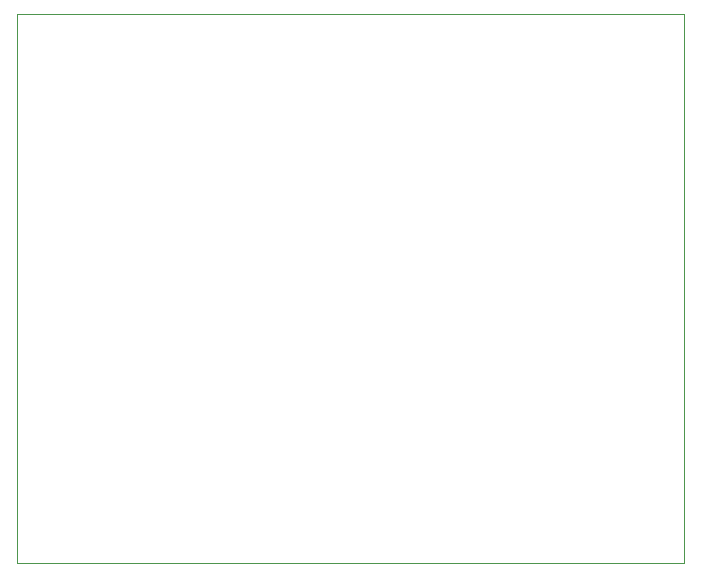
<source format=gbr>
%TF.GenerationSoftware,KiCad,Pcbnew,8.0.6*%
%TF.CreationDate,2024-11-28T17:37:20+02:00*%
%TF.ProjectId,tests,74657374-732e-46b6-9963-61645f706362,rev?*%
%TF.SameCoordinates,Original*%
%TF.FileFunction,Profile,NP*%
%FSLAX46Y46*%
G04 Gerber Fmt 4.6, Leading zero omitted, Abs format (unit mm)*
G04 Created by KiCad (PCBNEW 8.0.6) date 2024-11-28 17:37:20*
%MOMM*%
%LPD*%
G01*
G04 APERTURE LIST*
%TA.AperFunction,Profile*%
%ADD10C,0.050000*%
%TD*%
G04 APERTURE END LIST*
D10*
X171000000Y-112000000D02*
X114500000Y-112000000D01*
X114500000Y-112000000D02*
X114500000Y-65500000D01*
X134000000Y-65500000D02*
X171000000Y-65500000D01*
X171000000Y-65500000D02*
X171000000Y-112000000D01*
X114500000Y-65500000D02*
X134000000Y-65500000D01*
M02*

</source>
